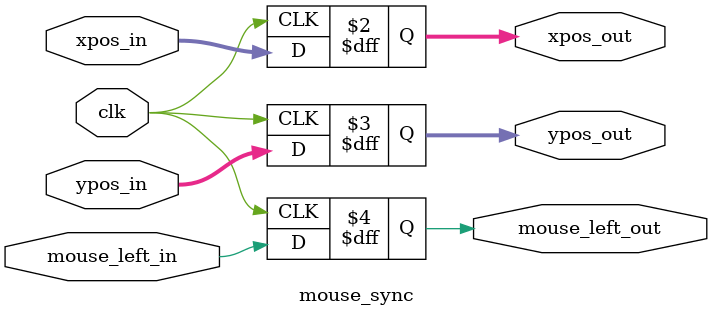
<source format=sv>
/**
 * Copyright (C) 2023  AGH University of Science and Technology
 * MTM UEC2
 * Author:Jan Cichoń
 *
 * Description:
 * Synchronise mouse on 100MHz clock with rest of design on 65MHz clock
 */

 `timescale 1 ns / 1 ps

 module mouse_sync (
    input logic clk,

    input logic [11:0] xpos_in,
    input logic [11:0] ypos_in,
    input logic mouse_left_in,

    output logic [11:0] xpos_out,
    output logic [11:0] ypos_out,
    output logic mouse_left_out

 );

 

always_ff @(posedge clk) begin
    xpos_out <= xpos_in;
    ypos_out <= ypos_in;
    mouse_left_out <= mouse_left_in;
end

 endmodule
</source>
